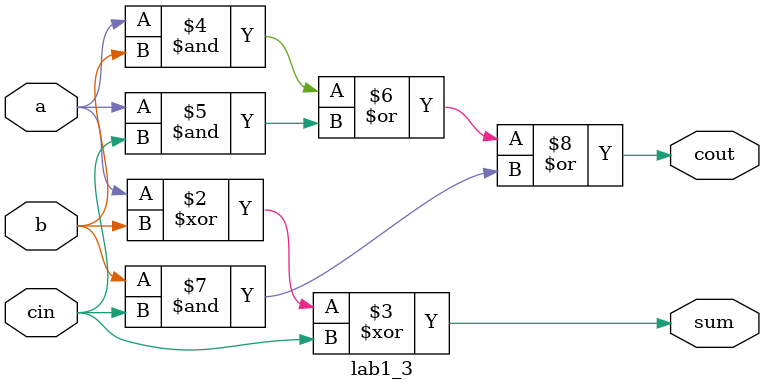
<source format=v>
module lab1_3(a, b, cin, sum, cout);
	input a, b, cin;
	output reg sum, cout;
	
	always@* begin
		sum = a ^ b ^ cin;
		cout = ( a & b ) | ( a & cin ) | ( b & cin );
	end
endmodule

</source>
